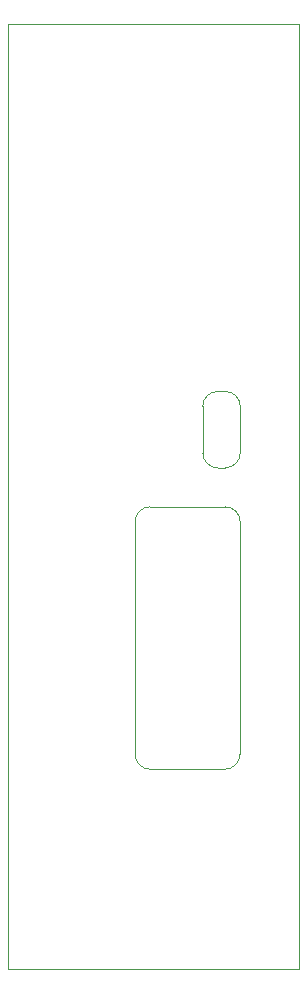
<source format=gbr>
%TF.GenerationSoftware,KiCad,Pcbnew,(6.0.4)*%
%TF.CreationDate,2022-06-06T18:53:01+03:00*%
%TF.ProjectId,PSU2_frontal,50535532-5f66-4726-9f6e-74616c2e6b69,rev?*%
%TF.SameCoordinates,Original*%
%TF.FileFunction,Profile,NP*%
%FSLAX46Y46*%
G04 Gerber Fmt 4.6, Leading zero omitted, Abs format (unit mm)*
G04 Created by KiCad (PCBNEW (6.0.4)) date 2022-06-06 18:53:01*
%MOMM*%
%LPD*%
G01*
G04 APERTURE LIST*
%TA.AperFunction,Profile*%
%ADD10C,0.050000*%
%TD*%
%TA.AperFunction,Profile*%
%ADD11C,0.100000*%
%TD*%
G04 APERTURE END LIST*
D10*
X126374026Y-83956026D02*
X125739026Y-83956026D01*
X120015000Y-93726000D02*
X126365000Y-93726000D01*
X118736026Y-114671974D02*
G75*
G03*
X120005974Y-115941974I1269974J-26D01*
G01*
X126355974Y-115941974D02*
G75*
G03*
X127625974Y-114671974I26J1269974D01*
G01*
X124469026Y-85226026D02*
X124469025Y-89163025D01*
X127635000Y-94996000D02*
X127625974Y-104775000D01*
D11*
X132588000Y-52832000D02*
X132588000Y-132842000D01*
D10*
X127635000Y-94996000D02*
G75*
G03*
X126365000Y-93726000I-1270000J0D01*
G01*
X118735974Y-114671974D02*
X118745000Y-94996000D01*
X127625974Y-104775000D02*
X127625974Y-114671974D01*
X126355974Y-115941974D02*
X120005974Y-115941974D01*
X126374025Y-90433025D02*
G75*
G03*
X127644025Y-89163025I-25J1270025D01*
G01*
X107950000Y-52832000D02*
X132588000Y-52832000D01*
X125739025Y-90433025D02*
X126374025Y-90433025D01*
X127643974Y-85226026D02*
G75*
G03*
X126374026Y-83956026I-1269974J26D01*
G01*
X127644025Y-89163025D02*
X127644026Y-85226026D01*
X107950000Y-52832000D02*
X107950000Y-132842000D01*
X120015000Y-93726000D02*
G75*
G03*
X118745000Y-94996000I0J-1270000D01*
G01*
X124468975Y-89163025D02*
G75*
G03*
X125739025Y-90433025I1270025J25D01*
G01*
X125739026Y-83956026D02*
G75*
G03*
X124469026Y-85226026I-26J-1269974D01*
G01*
X107950000Y-132842000D02*
X132588000Y-132842000D01*
M02*

</source>
